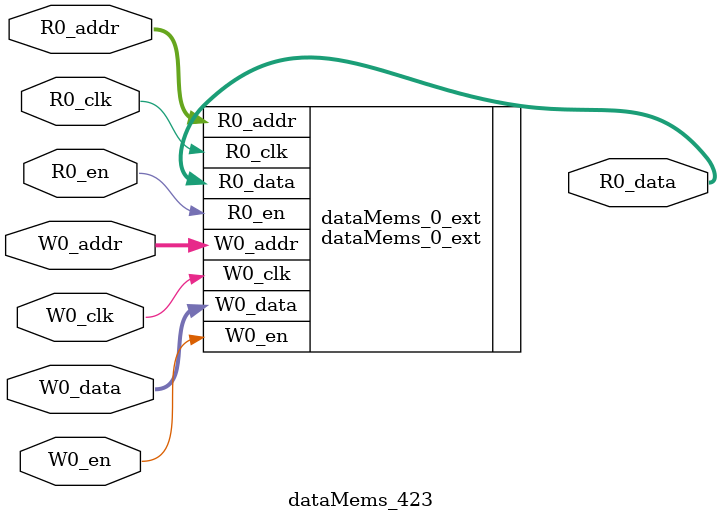
<source format=sv>
`ifndef RANDOMIZE
  `ifdef RANDOMIZE_REG_INIT
    `define RANDOMIZE
  `endif // RANDOMIZE_REG_INIT
`endif // not def RANDOMIZE
`ifndef RANDOMIZE
  `ifdef RANDOMIZE_MEM_INIT
    `define RANDOMIZE
  `endif // RANDOMIZE_MEM_INIT
`endif // not def RANDOMIZE

`ifndef RANDOM
  `define RANDOM $random
`endif // not def RANDOM

// Users can define 'PRINTF_COND' to add an extra gate to prints.
`ifndef PRINTF_COND_
  `ifdef PRINTF_COND
    `define PRINTF_COND_ (`PRINTF_COND)
  `else  // PRINTF_COND
    `define PRINTF_COND_ 1
  `endif // PRINTF_COND
`endif // not def PRINTF_COND_

// Users can define 'ASSERT_VERBOSE_COND' to add an extra gate to assert error printing.
`ifndef ASSERT_VERBOSE_COND_
  `ifdef ASSERT_VERBOSE_COND
    `define ASSERT_VERBOSE_COND_ (`ASSERT_VERBOSE_COND)
  `else  // ASSERT_VERBOSE_COND
    `define ASSERT_VERBOSE_COND_ 1
  `endif // ASSERT_VERBOSE_COND
`endif // not def ASSERT_VERBOSE_COND_

// Users can define 'STOP_COND' to add an extra gate to stop conditions.
`ifndef STOP_COND_
  `ifdef STOP_COND
    `define STOP_COND_ (`STOP_COND)
  `else  // STOP_COND
    `define STOP_COND_ 1
  `endif // STOP_COND
`endif // not def STOP_COND_

// Users can define INIT_RANDOM as general code that gets injected into the
// initializer block for modules with registers.
`ifndef INIT_RANDOM
  `define INIT_RANDOM
`endif // not def INIT_RANDOM

// If using random initialization, you can also define RANDOMIZE_DELAY to
// customize the delay used, otherwise 0.002 is used.
`ifndef RANDOMIZE_DELAY
  `define RANDOMIZE_DELAY 0.002
`endif // not def RANDOMIZE_DELAY

// Define INIT_RANDOM_PROLOG_ for use in our modules below.
`ifndef INIT_RANDOM_PROLOG_
  `ifdef RANDOMIZE
    `ifdef VERILATOR
      `define INIT_RANDOM_PROLOG_ `INIT_RANDOM
    `else  // VERILATOR
      `define INIT_RANDOM_PROLOG_ `INIT_RANDOM #`RANDOMIZE_DELAY begin end
    `endif // VERILATOR
  `else  // RANDOMIZE
    `define INIT_RANDOM_PROLOG_
  `endif // RANDOMIZE
`endif // not def INIT_RANDOM_PROLOG_

// Include register initializers in init blocks unless synthesis is set
`ifndef SYNTHESIS
  `ifndef ENABLE_INITIAL_REG_
    `define ENABLE_INITIAL_REG_
  `endif // not def ENABLE_INITIAL_REG_
`endif // not def SYNTHESIS

// Include rmemory initializers in init blocks unless synthesis is set
`ifndef SYNTHESIS
  `ifndef ENABLE_INITIAL_MEM_
    `define ENABLE_INITIAL_MEM_
  `endif // not def ENABLE_INITIAL_MEM_
`endif // not def SYNTHESIS

module dataMems_423(	// @[generators/ara/src/main/scala/UnsafeAXI4ToTL.scala:365:62]
  input  [4:0]  R0_addr,
  input         R0_en,
  input         R0_clk,
  output [66:0] R0_data,
  input  [4:0]  W0_addr,
  input         W0_en,
  input         W0_clk,
  input  [66:0] W0_data
);

  dataMems_0_ext dataMems_0_ext (	// @[generators/ara/src/main/scala/UnsafeAXI4ToTL.scala:365:62]
    .R0_addr (R0_addr),
    .R0_en   (R0_en),
    .R0_clk  (R0_clk),
    .R0_data (R0_data),
    .W0_addr (W0_addr),
    .W0_en   (W0_en),
    .W0_clk  (W0_clk),
    .W0_data (W0_data)
  );
endmodule


</source>
